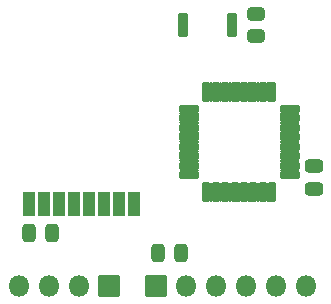
<source format=gbr>
G04 #@! TF.GenerationSoftware,KiCad,Pcbnew,(6.0.11)*
G04 #@! TF.CreationDate,2023-02-12T22:37:01+01:00*
G04 #@! TF.ProjectId,atmega328p-au--e01c-ml01s--bme280--cr2032,61746d65-6761-4333-9238-702d61752d2d,rev?*
G04 #@! TF.SameCoordinates,Original*
G04 #@! TF.FileFunction,Soldermask,Top*
G04 #@! TF.FilePolarity,Negative*
%FSLAX46Y46*%
G04 Gerber Fmt 4.6, Leading zero omitted, Abs format (unit mm)*
G04 Created by KiCad (PCBNEW (6.0.11)) date 2023-02-12 22:37:01*
%MOMM*%
%LPD*%
G01*
G04 APERTURE LIST*
G04 Aperture macros list*
%AMRoundRect*
0 Rectangle with rounded corners*
0 $1 Rounding radius*
0 $2 $3 $4 $5 $6 $7 $8 $9 X,Y pos of 4 corners*
0 Add a 4 corners polygon primitive as box body*
4,1,4,$2,$3,$4,$5,$6,$7,$8,$9,$2,$3,0*
0 Add four circle primitives for the rounded corners*
1,1,$1+$1,$2,$3*
1,1,$1+$1,$4,$5*
1,1,$1+$1,$6,$7*
1,1,$1+$1,$8,$9*
0 Add four rect primitives between the rounded corners*
20,1,$1+$1,$2,$3,$4,$5,0*
20,1,$1+$1,$4,$5,$6,$7,0*
20,1,$1+$1,$6,$7,$8,$9,0*
20,1,$1+$1,$8,$9,$2,$3,0*%
G04 Aperture macros list end*
%ADD10RoundRect,0.051000X0.450000X1.000000X-0.450000X1.000000X-0.450000X-1.000000X0.450000X-1.000000X0*%
%ADD11RoundRect,0.051000X-0.850000X0.850000X-0.850000X-0.850000X0.850000X-0.850000X0.850000X0.850000X0*%
%ADD12O,1.802000X1.802000*%
%ADD13RoundRect,0.301000X-0.250000X-0.475000X0.250000X-0.475000X0.250000X0.475000X-0.250000X0.475000X0*%
%ADD14RoundRect,0.301000X0.250000X0.475000X-0.250000X0.475000X-0.250000X-0.475000X0.250000X-0.475000X0*%
%ADD15RoundRect,0.251000X0.200000X0.800000X-0.200000X0.800000X-0.200000X-0.800000X0.200000X-0.800000X0*%
%ADD16RoundRect,0.051000X0.850000X-0.850000X0.850000X0.850000X-0.850000X0.850000X-0.850000X-0.850000X0*%
%ADD17RoundRect,0.301000X0.475000X-0.250000X0.475000X0.250000X-0.475000X0.250000X-0.475000X-0.250000X0*%
%ADD18RoundRect,0.051000X-0.800000X-0.275000X0.800000X-0.275000X0.800000X0.275000X-0.800000X0.275000X0*%
%ADD19RoundRect,0.051000X0.275000X-0.800000X0.275000X0.800000X-0.275000X0.800000X-0.275000X-0.800000X0*%
%ADD20RoundRect,0.301000X0.450000X-0.262500X0.450000X0.262500X-0.450000X0.262500X-0.450000X-0.262500X0*%
G04 APERTURE END LIST*
D10*
X99314786Y-76473664D03*
X100584786Y-76473664D03*
X101854786Y-76473664D03*
X103124786Y-76473664D03*
X104394786Y-76473664D03*
X105664786Y-76473664D03*
X106934786Y-76473664D03*
X108204786Y-76473664D03*
D11*
X106020000Y-83439000D03*
D12*
X103480000Y-83439000D03*
X100940000Y-83439000D03*
X98400000Y-83439000D03*
D13*
X110250000Y-80600000D03*
X112150000Y-80600000D03*
D14*
X101200000Y-78900000D03*
X99300000Y-78900000D03*
D15*
X116500000Y-61300000D03*
X112300000Y-61300000D03*
D16*
X110000000Y-83400000D03*
D12*
X112540000Y-83400000D03*
X115080000Y-83400000D03*
X117620000Y-83400000D03*
X120160000Y-83400000D03*
X122700000Y-83400000D03*
D17*
X123400000Y-75200000D03*
X123400000Y-73300000D03*
D18*
X112844000Y-68447000D03*
X112844000Y-69247000D03*
X112844000Y-70047000D03*
X112844000Y-70847000D03*
X112844000Y-71647000D03*
X112844000Y-72447000D03*
X112844000Y-73247000D03*
X112844000Y-74047000D03*
D19*
X114294000Y-75497000D03*
X115094000Y-75497000D03*
X115894000Y-75497000D03*
X116694000Y-75497000D03*
X117494000Y-75497000D03*
X118294000Y-75497000D03*
X119094000Y-75497000D03*
X119894000Y-75497000D03*
D18*
X121344000Y-74047000D03*
X121344000Y-73247000D03*
X121344000Y-72447000D03*
X121344000Y-71647000D03*
X121344000Y-70847000D03*
X121344000Y-70047000D03*
X121344000Y-69247000D03*
X121344000Y-68447000D03*
D19*
X119894000Y-66997000D03*
X119094000Y-66997000D03*
X118294000Y-66997000D03*
X117494000Y-66997000D03*
X116694000Y-66997000D03*
X115894000Y-66997000D03*
X115094000Y-66997000D03*
X114294000Y-66997000D03*
D20*
X118500000Y-62225000D03*
X118500000Y-60400000D03*
G36*
X119409660Y-74664493D02*
G01*
X119423452Y-74673709D01*
X119424615Y-74671969D01*
X119426409Y-74671084D01*
X119427560Y-74671545D01*
X119444952Y-74686078D01*
X119513670Y-74694704D01*
X119561288Y-74671918D01*
X119563282Y-74672072D01*
X119563814Y-74672611D01*
X119564548Y-74673709D01*
X119578340Y-74664493D01*
X119580336Y-74664362D01*
X119581447Y-74666025D01*
X119581114Y-74667267D01*
X119573767Y-74678262D01*
X119570000Y-74697199D01*
X119570000Y-76296801D01*
X119573767Y-76315738D01*
X119581114Y-76326733D01*
X119581245Y-76328729D01*
X119579582Y-76329840D01*
X119578340Y-76329507D01*
X119564548Y-76320291D01*
X119563385Y-76322031D01*
X119561591Y-76322916D01*
X119560440Y-76322455D01*
X119543048Y-76307922D01*
X119474330Y-76299296D01*
X119426712Y-76322082D01*
X119424718Y-76321928D01*
X119424186Y-76321389D01*
X119423452Y-76320291D01*
X119409660Y-76329507D01*
X119407664Y-76329638D01*
X119406553Y-76327975D01*
X119406886Y-76326733D01*
X119414233Y-76315738D01*
X119418000Y-76296801D01*
X119418000Y-74697199D01*
X119414233Y-74678262D01*
X119406886Y-74667267D01*
X119406755Y-74665271D01*
X119408418Y-74664160D01*
X119409660Y-74664493D01*
G37*
G36*
X116209660Y-74664493D02*
G01*
X116223452Y-74673709D01*
X116224615Y-74671969D01*
X116226409Y-74671084D01*
X116227560Y-74671545D01*
X116244952Y-74686078D01*
X116313670Y-74694704D01*
X116361288Y-74671918D01*
X116363282Y-74672072D01*
X116363814Y-74672611D01*
X116364548Y-74673709D01*
X116378340Y-74664493D01*
X116380336Y-74664362D01*
X116381447Y-74666025D01*
X116381114Y-74667267D01*
X116373767Y-74678262D01*
X116370000Y-74697199D01*
X116370000Y-76296801D01*
X116373767Y-76315738D01*
X116381114Y-76326733D01*
X116381245Y-76328729D01*
X116379582Y-76329840D01*
X116378340Y-76329507D01*
X116364548Y-76320291D01*
X116363385Y-76322031D01*
X116361591Y-76322916D01*
X116360440Y-76322455D01*
X116343048Y-76307922D01*
X116274330Y-76299296D01*
X116226712Y-76322082D01*
X116224718Y-76321928D01*
X116224186Y-76321389D01*
X116223452Y-76320291D01*
X116209660Y-76329507D01*
X116207664Y-76329638D01*
X116206553Y-76327975D01*
X116206886Y-76326733D01*
X116214233Y-76315738D01*
X116218000Y-76296801D01*
X116218000Y-74697199D01*
X116214233Y-74678262D01*
X116206886Y-74667267D01*
X116206755Y-74665271D01*
X116208418Y-74664160D01*
X116209660Y-74664493D01*
G37*
G36*
X115409660Y-74664493D02*
G01*
X115423452Y-74673709D01*
X115424615Y-74671969D01*
X115426409Y-74671084D01*
X115427560Y-74671545D01*
X115444952Y-74686078D01*
X115513670Y-74694704D01*
X115561288Y-74671918D01*
X115563282Y-74672072D01*
X115563814Y-74672611D01*
X115564548Y-74673709D01*
X115578340Y-74664493D01*
X115580336Y-74664362D01*
X115581447Y-74666025D01*
X115581114Y-74667267D01*
X115573767Y-74678262D01*
X115570000Y-74697199D01*
X115570000Y-76296801D01*
X115573767Y-76315738D01*
X115581114Y-76326733D01*
X115581245Y-76328729D01*
X115579582Y-76329840D01*
X115578340Y-76329507D01*
X115564548Y-76320291D01*
X115563385Y-76322031D01*
X115561591Y-76322916D01*
X115560440Y-76322455D01*
X115543048Y-76307922D01*
X115474330Y-76299296D01*
X115426712Y-76322082D01*
X115424718Y-76321928D01*
X115424186Y-76321389D01*
X115423452Y-76320291D01*
X115409660Y-76329507D01*
X115407664Y-76329638D01*
X115406553Y-76327975D01*
X115406886Y-76326733D01*
X115414233Y-76315738D01*
X115418000Y-76296801D01*
X115418000Y-74697199D01*
X115414233Y-74678262D01*
X115406886Y-74667267D01*
X115406755Y-74665271D01*
X115408418Y-74664160D01*
X115409660Y-74664493D01*
G37*
G36*
X117809660Y-74664493D02*
G01*
X117823452Y-74673709D01*
X117824615Y-74671969D01*
X117826409Y-74671084D01*
X117827560Y-74671545D01*
X117844952Y-74686078D01*
X117913670Y-74694704D01*
X117961288Y-74671918D01*
X117963282Y-74672072D01*
X117963814Y-74672611D01*
X117964548Y-74673709D01*
X117978340Y-74664493D01*
X117980336Y-74664362D01*
X117981447Y-74666025D01*
X117981114Y-74667267D01*
X117973767Y-74678262D01*
X117970000Y-74697199D01*
X117970000Y-76296801D01*
X117973767Y-76315738D01*
X117981114Y-76326733D01*
X117981245Y-76328729D01*
X117979582Y-76329840D01*
X117978340Y-76329507D01*
X117964548Y-76320291D01*
X117963385Y-76322031D01*
X117961591Y-76322916D01*
X117960440Y-76322455D01*
X117943048Y-76307922D01*
X117874330Y-76299296D01*
X117826712Y-76322082D01*
X117824718Y-76321928D01*
X117824186Y-76321389D01*
X117823452Y-76320291D01*
X117809660Y-76329507D01*
X117807664Y-76329638D01*
X117806553Y-76327975D01*
X117806886Y-76326733D01*
X117814233Y-76315738D01*
X117818000Y-76296801D01*
X117818000Y-74697199D01*
X117814233Y-74678262D01*
X117806886Y-74667267D01*
X117806755Y-74665271D01*
X117808418Y-74664160D01*
X117809660Y-74664493D01*
G37*
G36*
X118609660Y-74664493D02*
G01*
X118623452Y-74673709D01*
X118624615Y-74671969D01*
X118626409Y-74671084D01*
X118627560Y-74671545D01*
X118644952Y-74686078D01*
X118713670Y-74694704D01*
X118761288Y-74671918D01*
X118763282Y-74672072D01*
X118763814Y-74672611D01*
X118764548Y-74673709D01*
X118778340Y-74664493D01*
X118780336Y-74664362D01*
X118781447Y-74666025D01*
X118781114Y-74667267D01*
X118773767Y-74678262D01*
X118770000Y-74697199D01*
X118770000Y-76296801D01*
X118773767Y-76315738D01*
X118781114Y-76326733D01*
X118781245Y-76328729D01*
X118779582Y-76329840D01*
X118778340Y-76329507D01*
X118764548Y-76320291D01*
X118763385Y-76322031D01*
X118761591Y-76322916D01*
X118760440Y-76322455D01*
X118743048Y-76307922D01*
X118674330Y-76299296D01*
X118626712Y-76322082D01*
X118624718Y-76321928D01*
X118624186Y-76321389D01*
X118623452Y-76320291D01*
X118609660Y-76329507D01*
X118607664Y-76329638D01*
X118606553Y-76327975D01*
X118606886Y-76326733D01*
X118614233Y-76315738D01*
X118618000Y-76296801D01*
X118618000Y-74697199D01*
X118614233Y-74678262D01*
X118606886Y-74667267D01*
X118606755Y-74665271D01*
X118608418Y-74664160D01*
X118609660Y-74664493D01*
G37*
G36*
X117009660Y-74664493D02*
G01*
X117023452Y-74673709D01*
X117024615Y-74671969D01*
X117026409Y-74671084D01*
X117027560Y-74671545D01*
X117044952Y-74686078D01*
X117113670Y-74694704D01*
X117161288Y-74671918D01*
X117163282Y-74672072D01*
X117163814Y-74672611D01*
X117164548Y-74673709D01*
X117178340Y-74664493D01*
X117180336Y-74664362D01*
X117181447Y-74666025D01*
X117181114Y-74667267D01*
X117173767Y-74678262D01*
X117170000Y-74697199D01*
X117170000Y-76296801D01*
X117173767Y-76315738D01*
X117181114Y-76326733D01*
X117181245Y-76328729D01*
X117179582Y-76329840D01*
X117178340Y-76329507D01*
X117164548Y-76320291D01*
X117163385Y-76322031D01*
X117161591Y-76322916D01*
X117160440Y-76322455D01*
X117143048Y-76307922D01*
X117074330Y-76299296D01*
X117026712Y-76322082D01*
X117024718Y-76321928D01*
X117024186Y-76321389D01*
X117023452Y-76320291D01*
X117009660Y-76329507D01*
X117007664Y-76329638D01*
X117006553Y-76327975D01*
X117006886Y-76326733D01*
X117014233Y-76315738D01*
X117018000Y-76296801D01*
X117018000Y-74697199D01*
X117014233Y-74678262D01*
X117006886Y-74667267D01*
X117006755Y-74665271D01*
X117008418Y-74664160D01*
X117009660Y-74664493D01*
G37*
G36*
X114609660Y-74664493D02*
G01*
X114623452Y-74673709D01*
X114624615Y-74671969D01*
X114626409Y-74671084D01*
X114627560Y-74671545D01*
X114644952Y-74686078D01*
X114713670Y-74694704D01*
X114761288Y-74671918D01*
X114763282Y-74672072D01*
X114763814Y-74672611D01*
X114764548Y-74673709D01*
X114778340Y-74664493D01*
X114780336Y-74664362D01*
X114781447Y-74666025D01*
X114781114Y-74667267D01*
X114773767Y-74678262D01*
X114770000Y-74697199D01*
X114770000Y-76296801D01*
X114773767Y-76315738D01*
X114781114Y-76326733D01*
X114781245Y-76328729D01*
X114779582Y-76329840D01*
X114778340Y-76329507D01*
X114764548Y-76320291D01*
X114763385Y-76322031D01*
X114761591Y-76322916D01*
X114760440Y-76322455D01*
X114743048Y-76307922D01*
X114674330Y-76299296D01*
X114626712Y-76322082D01*
X114624718Y-76321928D01*
X114624186Y-76321389D01*
X114623452Y-76320291D01*
X114609660Y-76329507D01*
X114607664Y-76329638D01*
X114606553Y-76327975D01*
X114606886Y-76326733D01*
X114614233Y-76315738D01*
X114618000Y-76296801D01*
X114618000Y-74697199D01*
X114614233Y-74678262D01*
X114606886Y-74667267D01*
X114606755Y-74665271D01*
X114608418Y-74664160D01*
X114609660Y-74664493D01*
G37*
G36*
X120514267Y-73559886D02*
G01*
X120525262Y-73567233D01*
X120544199Y-73571000D01*
X122143801Y-73571000D01*
X122162738Y-73567233D01*
X122173733Y-73559886D01*
X122175729Y-73559755D01*
X122176840Y-73561418D01*
X122176507Y-73562660D01*
X122167291Y-73576452D01*
X122169031Y-73577615D01*
X122169916Y-73579409D01*
X122169455Y-73580560D01*
X122154922Y-73597952D01*
X122146296Y-73666670D01*
X122169082Y-73714288D01*
X122168928Y-73716282D01*
X122168389Y-73716814D01*
X122167291Y-73717548D01*
X122176507Y-73731340D01*
X122176638Y-73733336D01*
X122174975Y-73734447D01*
X122173733Y-73734114D01*
X122162738Y-73726767D01*
X122143801Y-73723000D01*
X120544199Y-73723000D01*
X120525262Y-73726767D01*
X120514267Y-73734114D01*
X120512271Y-73734245D01*
X120511160Y-73732582D01*
X120511493Y-73731340D01*
X120520709Y-73717548D01*
X120518969Y-73716385D01*
X120518084Y-73714591D01*
X120518545Y-73713440D01*
X120533078Y-73696048D01*
X120541704Y-73627330D01*
X120518918Y-73579712D01*
X120519072Y-73577718D01*
X120519611Y-73577186D01*
X120520709Y-73576452D01*
X120511493Y-73562660D01*
X120511362Y-73560664D01*
X120513025Y-73559553D01*
X120514267Y-73559886D01*
G37*
G36*
X112014267Y-73559886D02*
G01*
X112025262Y-73567233D01*
X112044199Y-73571000D01*
X113643801Y-73571000D01*
X113662738Y-73567233D01*
X113673733Y-73559886D01*
X113675729Y-73559755D01*
X113676840Y-73561418D01*
X113676507Y-73562660D01*
X113667291Y-73576452D01*
X113669031Y-73577615D01*
X113669916Y-73579409D01*
X113669455Y-73580560D01*
X113654922Y-73597952D01*
X113646296Y-73666670D01*
X113669082Y-73714288D01*
X113668928Y-73716282D01*
X113668389Y-73716814D01*
X113667291Y-73717548D01*
X113676507Y-73731340D01*
X113676638Y-73733336D01*
X113674975Y-73734447D01*
X113673733Y-73734114D01*
X113662738Y-73726767D01*
X113643801Y-73723000D01*
X112044199Y-73723000D01*
X112025262Y-73726767D01*
X112014267Y-73734114D01*
X112012271Y-73734245D01*
X112011160Y-73732582D01*
X112011493Y-73731340D01*
X112020709Y-73717548D01*
X112018969Y-73716385D01*
X112018084Y-73714591D01*
X112018545Y-73713440D01*
X112033078Y-73696048D01*
X112041704Y-73627330D01*
X112018918Y-73579712D01*
X112019072Y-73577718D01*
X112019611Y-73577186D01*
X112020709Y-73576452D01*
X112011493Y-73562660D01*
X112011362Y-73560664D01*
X112013025Y-73559553D01*
X112014267Y-73559886D01*
G37*
G36*
X120514267Y-72759886D02*
G01*
X120525262Y-72767233D01*
X120544199Y-72771000D01*
X122143801Y-72771000D01*
X122162738Y-72767233D01*
X122173733Y-72759886D01*
X122175729Y-72759755D01*
X122176840Y-72761418D01*
X122176507Y-72762660D01*
X122167291Y-72776452D01*
X122169031Y-72777615D01*
X122169916Y-72779409D01*
X122169455Y-72780560D01*
X122154922Y-72797952D01*
X122146296Y-72866670D01*
X122169082Y-72914288D01*
X122168928Y-72916282D01*
X122168389Y-72916814D01*
X122167291Y-72917548D01*
X122176507Y-72931340D01*
X122176638Y-72933336D01*
X122174975Y-72934447D01*
X122173733Y-72934114D01*
X122162738Y-72926767D01*
X122143801Y-72923000D01*
X120544199Y-72923000D01*
X120525262Y-72926767D01*
X120514267Y-72934114D01*
X120512271Y-72934245D01*
X120511160Y-72932582D01*
X120511493Y-72931340D01*
X120520709Y-72917548D01*
X120518969Y-72916385D01*
X120518084Y-72914591D01*
X120518545Y-72913440D01*
X120533078Y-72896048D01*
X120541704Y-72827330D01*
X120518918Y-72779712D01*
X120519072Y-72777718D01*
X120519611Y-72777186D01*
X120520709Y-72776452D01*
X120511493Y-72762660D01*
X120511362Y-72760664D01*
X120513025Y-72759553D01*
X120514267Y-72759886D01*
G37*
G36*
X112014267Y-72759886D02*
G01*
X112025262Y-72767233D01*
X112044199Y-72771000D01*
X113643801Y-72771000D01*
X113662738Y-72767233D01*
X113673733Y-72759886D01*
X113675729Y-72759755D01*
X113676840Y-72761418D01*
X113676507Y-72762660D01*
X113667291Y-72776452D01*
X113669031Y-72777615D01*
X113669916Y-72779409D01*
X113669455Y-72780560D01*
X113654922Y-72797952D01*
X113646296Y-72866670D01*
X113669082Y-72914288D01*
X113668928Y-72916282D01*
X113668389Y-72916814D01*
X113667291Y-72917548D01*
X113676507Y-72931340D01*
X113676638Y-72933336D01*
X113674975Y-72934447D01*
X113673733Y-72934114D01*
X113662738Y-72926767D01*
X113643801Y-72923000D01*
X112044199Y-72923000D01*
X112025262Y-72926767D01*
X112014267Y-72934114D01*
X112012271Y-72934245D01*
X112011160Y-72932582D01*
X112011493Y-72931340D01*
X112020709Y-72917548D01*
X112018969Y-72916385D01*
X112018084Y-72914591D01*
X112018545Y-72913440D01*
X112033078Y-72896048D01*
X112041704Y-72827330D01*
X112018918Y-72779712D01*
X112019072Y-72777718D01*
X112019611Y-72777186D01*
X112020709Y-72776452D01*
X112011493Y-72762660D01*
X112011362Y-72760664D01*
X112013025Y-72759553D01*
X112014267Y-72759886D01*
G37*
G36*
X120514267Y-71959886D02*
G01*
X120525262Y-71967233D01*
X120544199Y-71971000D01*
X122143801Y-71971000D01*
X122162738Y-71967233D01*
X122173733Y-71959886D01*
X122175729Y-71959755D01*
X122176840Y-71961418D01*
X122176507Y-71962660D01*
X122167291Y-71976452D01*
X122169031Y-71977615D01*
X122169916Y-71979409D01*
X122169455Y-71980560D01*
X122154922Y-71997952D01*
X122146296Y-72066670D01*
X122169082Y-72114288D01*
X122168928Y-72116282D01*
X122168389Y-72116814D01*
X122167291Y-72117548D01*
X122176507Y-72131340D01*
X122176638Y-72133336D01*
X122174975Y-72134447D01*
X122173733Y-72134114D01*
X122162738Y-72126767D01*
X122143801Y-72123000D01*
X120544199Y-72123000D01*
X120525262Y-72126767D01*
X120514267Y-72134114D01*
X120512271Y-72134245D01*
X120511160Y-72132582D01*
X120511493Y-72131340D01*
X120520709Y-72117548D01*
X120518969Y-72116385D01*
X120518084Y-72114591D01*
X120518545Y-72113440D01*
X120533078Y-72096048D01*
X120541704Y-72027330D01*
X120518918Y-71979712D01*
X120519072Y-71977718D01*
X120519611Y-71977186D01*
X120520709Y-71976452D01*
X120511493Y-71962660D01*
X120511362Y-71960664D01*
X120513025Y-71959553D01*
X120514267Y-71959886D01*
G37*
G36*
X112014267Y-71959886D02*
G01*
X112025262Y-71967233D01*
X112044199Y-71971000D01*
X113643801Y-71971000D01*
X113662738Y-71967233D01*
X113673733Y-71959886D01*
X113675729Y-71959755D01*
X113676840Y-71961418D01*
X113676507Y-71962660D01*
X113667291Y-71976452D01*
X113669031Y-71977615D01*
X113669916Y-71979409D01*
X113669455Y-71980560D01*
X113654922Y-71997952D01*
X113646296Y-72066670D01*
X113669082Y-72114288D01*
X113668928Y-72116282D01*
X113668389Y-72116814D01*
X113667291Y-72117548D01*
X113676507Y-72131340D01*
X113676638Y-72133336D01*
X113674975Y-72134447D01*
X113673733Y-72134114D01*
X113662738Y-72126767D01*
X113643801Y-72123000D01*
X112044199Y-72123000D01*
X112025262Y-72126767D01*
X112014267Y-72134114D01*
X112012271Y-72134245D01*
X112011160Y-72132582D01*
X112011493Y-72131340D01*
X112020709Y-72117548D01*
X112018969Y-72116385D01*
X112018084Y-72114591D01*
X112018545Y-72113440D01*
X112033078Y-72096048D01*
X112041704Y-72027330D01*
X112018918Y-71979712D01*
X112019072Y-71977718D01*
X112019611Y-71977186D01*
X112020709Y-71976452D01*
X112011493Y-71962660D01*
X112011362Y-71960664D01*
X112013025Y-71959553D01*
X112014267Y-71959886D01*
G37*
G36*
X112014267Y-71159886D02*
G01*
X112025262Y-71167233D01*
X112044199Y-71171000D01*
X113643801Y-71171000D01*
X113662738Y-71167233D01*
X113673733Y-71159886D01*
X113675729Y-71159755D01*
X113676840Y-71161418D01*
X113676507Y-71162660D01*
X113667291Y-71176452D01*
X113669031Y-71177615D01*
X113669916Y-71179409D01*
X113669455Y-71180560D01*
X113654922Y-71197952D01*
X113646296Y-71266670D01*
X113669082Y-71314288D01*
X113668928Y-71316282D01*
X113668389Y-71316814D01*
X113667291Y-71317548D01*
X113676507Y-71331340D01*
X113676638Y-71333336D01*
X113674975Y-71334447D01*
X113673733Y-71334114D01*
X113662738Y-71326767D01*
X113643801Y-71323000D01*
X112044199Y-71323000D01*
X112025262Y-71326767D01*
X112014267Y-71334114D01*
X112012271Y-71334245D01*
X112011160Y-71332582D01*
X112011493Y-71331340D01*
X112020709Y-71317548D01*
X112018969Y-71316385D01*
X112018084Y-71314591D01*
X112018545Y-71313440D01*
X112033078Y-71296048D01*
X112041704Y-71227330D01*
X112018918Y-71179712D01*
X112019072Y-71177718D01*
X112019611Y-71177186D01*
X112020709Y-71176452D01*
X112011493Y-71162660D01*
X112011362Y-71160664D01*
X112013025Y-71159553D01*
X112014267Y-71159886D01*
G37*
G36*
X120514267Y-71159886D02*
G01*
X120525262Y-71167233D01*
X120544199Y-71171000D01*
X122143801Y-71171000D01*
X122162738Y-71167233D01*
X122173733Y-71159886D01*
X122175729Y-71159755D01*
X122176840Y-71161418D01*
X122176507Y-71162660D01*
X122167291Y-71176452D01*
X122169031Y-71177615D01*
X122169916Y-71179409D01*
X122169455Y-71180560D01*
X122154922Y-71197952D01*
X122146296Y-71266670D01*
X122169082Y-71314288D01*
X122168928Y-71316282D01*
X122168389Y-71316814D01*
X122167291Y-71317548D01*
X122176507Y-71331340D01*
X122176638Y-71333336D01*
X122174975Y-71334447D01*
X122173733Y-71334114D01*
X122162738Y-71326767D01*
X122143801Y-71323000D01*
X120544199Y-71323000D01*
X120525262Y-71326767D01*
X120514267Y-71334114D01*
X120512271Y-71334245D01*
X120511160Y-71332582D01*
X120511493Y-71331340D01*
X120520709Y-71317548D01*
X120518969Y-71316385D01*
X120518084Y-71314591D01*
X120518545Y-71313440D01*
X120533078Y-71296048D01*
X120541704Y-71227330D01*
X120518918Y-71179712D01*
X120519072Y-71177718D01*
X120519611Y-71177186D01*
X120520709Y-71176452D01*
X120511493Y-71162660D01*
X120511362Y-71160664D01*
X120513025Y-71159553D01*
X120514267Y-71159886D01*
G37*
G36*
X120514267Y-70359886D02*
G01*
X120525262Y-70367233D01*
X120544199Y-70371000D01*
X122143801Y-70371000D01*
X122162738Y-70367233D01*
X122173733Y-70359886D01*
X122175729Y-70359755D01*
X122176840Y-70361418D01*
X122176507Y-70362660D01*
X122167291Y-70376452D01*
X122169031Y-70377615D01*
X122169916Y-70379409D01*
X122169455Y-70380560D01*
X122154922Y-70397952D01*
X122146296Y-70466670D01*
X122169082Y-70514288D01*
X122168928Y-70516282D01*
X122168389Y-70516814D01*
X122167291Y-70517548D01*
X122176507Y-70531340D01*
X122176638Y-70533336D01*
X122174975Y-70534447D01*
X122173733Y-70534114D01*
X122162738Y-70526767D01*
X122143801Y-70523000D01*
X120544199Y-70523000D01*
X120525262Y-70526767D01*
X120514267Y-70534114D01*
X120512271Y-70534245D01*
X120511160Y-70532582D01*
X120511493Y-70531340D01*
X120520709Y-70517548D01*
X120518969Y-70516385D01*
X120518084Y-70514591D01*
X120518545Y-70513440D01*
X120533078Y-70496048D01*
X120541704Y-70427330D01*
X120518918Y-70379712D01*
X120519072Y-70377718D01*
X120519611Y-70377186D01*
X120520709Y-70376452D01*
X120511493Y-70362660D01*
X120511362Y-70360664D01*
X120513025Y-70359553D01*
X120514267Y-70359886D01*
G37*
G36*
X112014267Y-70359886D02*
G01*
X112025262Y-70367233D01*
X112044199Y-70371000D01*
X113643801Y-70371000D01*
X113662738Y-70367233D01*
X113673733Y-70359886D01*
X113675729Y-70359755D01*
X113676840Y-70361418D01*
X113676507Y-70362660D01*
X113667291Y-70376452D01*
X113669031Y-70377615D01*
X113669916Y-70379409D01*
X113669455Y-70380560D01*
X113654922Y-70397952D01*
X113646296Y-70466670D01*
X113669082Y-70514288D01*
X113668928Y-70516282D01*
X113668389Y-70516814D01*
X113667291Y-70517548D01*
X113676507Y-70531340D01*
X113676638Y-70533336D01*
X113674975Y-70534447D01*
X113673733Y-70534114D01*
X113662738Y-70526767D01*
X113643801Y-70523000D01*
X112044199Y-70523000D01*
X112025262Y-70526767D01*
X112014267Y-70534114D01*
X112012271Y-70534245D01*
X112011160Y-70532582D01*
X112011493Y-70531340D01*
X112020709Y-70517548D01*
X112018969Y-70516385D01*
X112018084Y-70514591D01*
X112018545Y-70513440D01*
X112033078Y-70496048D01*
X112041704Y-70427330D01*
X112018918Y-70379712D01*
X112019072Y-70377718D01*
X112019611Y-70377186D01*
X112020709Y-70376452D01*
X112011493Y-70362660D01*
X112011362Y-70360664D01*
X112013025Y-70359553D01*
X112014267Y-70359886D01*
G37*
G36*
X112014267Y-69559886D02*
G01*
X112025262Y-69567233D01*
X112044199Y-69571000D01*
X113643801Y-69571000D01*
X113662738Y-69567233D01*
X113673733Y-69559886D01*
X113675729Y-69559755D01*
X113676840Y-69561418D01*
X113676507Y-69562660D01*
X113667291Y-69576452D01*
X113669031Y-69577615D01*
X113669916Y-69579409D01*
X113669455Y-69580560D01*
X113654922Y-69597952D01*
X113646296Y-69666670D01*
X113669082Y-69714288D01*
X113668928Y-69716282D01*
X113668389Y-69716814D01*
X113667291Y-69717548D01*
X113676507Y-69731340D01*
X113676638Y-69733336D01*
X113674975Y-69734447D01*
X113673733Y-69734114D01*
X113662738Y-69726767D01*
X113643801Y-69723000D01*
X112044199Y-69723000D01*
X112025262Y-69726767D01*
X112014267Y-69734114D01*
X112012271Y-69734245D01*
X112011160Y-69732582D01*
X112011493Y-69731340D01*
X112020709Y-69717548D01*
X112018969Y-69716385D01*
X112018084Y-69714591D01*
X112018545Y-69713440D01*
X112033078Y-69696048D01*
X112041704Y-69627330D01*
X112018918Y-69579712D01*
X112019072Y-69577718D01*
X112019611Y-69577186D01*
X112020709Y-69576452D01*
X112011493Y-69562660D01*
X112011362Y-69560664D01*
X112013025Y-69559553D01*
X112014267Y-69559886D01*
G37*
G36*
X120514267Y-69559886D02*
G01*
X120525262Y-69567233D01*
X120544199Y-69571000D01*
X122143801Y-69571000D01*
X122162738Y-69567233D01*
X122173733Y-69559886D01*
X122175729Y-69559755D01*
X122176840Y-69561418D01*
X122176507Y-69562660D01*
X122167291Y-69576452D01*
X122169031Y-69577615D01*
X122169916Y-69579409D01*
X122169455Y-69580560D01*
X122154922Y-69597952D01*
X122146296Y-69666670D01*
X122169082Y-69714288D01*
X122168928Y-69716282D01*
X122168389Y-69716814D01*
X122167291Y-69717548D01*
X122176507Y-69731340D01*
X122176638Y-69733336D01*
X122174975Y-69734447D01*
X122173733Y-69734114D01*
X122162738Y-69726767D01*
X122143801Y-69723000D01*
X120544199Y-69723000D01*
X120525262Y-69726767D01*
X120514267Y-69734114D01*
X120512271Y-69734245D01*
X120511160Y-69732582D01*
X120511493Y-69731340D01*
X120520709Y-69717548D01*
X120518969Y-69716385D01*
X120518084Y-69714591D01*
X120518545Y-69713440D01*
X120533078Y-69696048D01*
X120541704Y-69627330D01*
X120518918Y-69579712D01*
X120519072Y-69577718D01*
X120519611Y-69577186D01*
X120520709Y-69576452D01*
X120511493Y-69562660D01*
X120511362Y-69560664D01*
X120513025Y-69559553D01*
X120514267Y-69559886D01*
G37*
G36*
X120514267Y-68759886D02*
G01*
X120525262Y-68767233D01*
X120544199Y-68771000D01*
X122143801Y-68771000D01*
X122162738Y-68767233D01*
X122173733Y-68759886D01*
X122175729Y-68759755D01*
X122176840Y-68761418D01*
X122176507Y-68762660D01*
X122167291Y-68776452D01*
X122169031Y-68777615D01*
X122169916Y-68779409D01*
X122169455Y-68780560D01*
X122154922Y-68797952D01*
X122146296Y-68866670D01*
X122169082Y-68914288D01*
X122168928Y-68916282D01*
X122168389Y-68916814D01*
X122167291Y-68917548D01*
X122176507Y-68931340D01*
X122176638Y-68933336D01*
X122174975Y-68934447D01*
X122173733Y-68934114D01*
X122162738Y-68926767D01*
X122143801Y-68923000D01*
X120544199Y-68923000D01*
X120525262Y-68926767D01*
X120514267Y-68934114D01*
X120512271Y-68934245D01*
X120511160Y-68932582D01*
X120511493Y-68931340D01*
X120520709Y-68917548D01*
X120518969Y-68916385D01*
X120518084Y-68914591D01*
X120518545Y-68913440D01*
X120533078Y-68896048D01*
X120541704Y-68827330D01*
X120518918Y-68779712D01*
X120519072Y-68777718D01*
X120519611Y-68777186D01*
X120520709Y-68776452D01*
X120511493Y-68762660D01*
X120511362Y-68760664D01*
X120513025Y-68759553D01*
X120514267Y-68759886D01*
G37*
G36*
X112014267Y-68759886D02*
G01*
X112025262Y-68767233D01*
X112044199Y-68771000D01*
X113643801Y-68771000D01*
X113662738Y-68767233D01*
X113673733Y-68759886D01*
X113675729Y-68759755D01*
X113676840Y-68761418D01*
X113676507Y-68762660D01*
X113667291Y-68776452D01*
X113669031Y-68777615D01*
X113669916Y-68779409D01*
X113669455Y-68780560D01*
X113654922Y-68797952D01*
X113646296Y-68866670D01*
X113669082Y-68914288D01*
X113668928Y-68916282D01*
X113668389Y-68916814D01*
X113667291Y-68917548D01*
X113676507Y-68931340D01*
X113676638Y-68933336D01*
X113674975Y-68934447D01*
X113673733Y-68934114D01*
X113662738Y-68926767D01*
X113643801Y-68923000D01*
X112044199Y-68923000D01*
X112025262Y-68926767D01*
X112014267Y-68934114D01*
X112012271Y-68934245D01*
X112011160Y-68932582D01*
X112011493Y-68931340D01*
X112020709Y-68917548D01*
X112018969Y-68916385D01*
X112018084Y-68914591D01*
X112018545Y-68913440D01*
X112033078Y-68896048D01*
X112041704Y-68827330D01*
X112018918Y-68779712D01*
X112019072Y-68777718D01*
X112019611Y-68777186D01*
X112020709Y-68776452D01*
X112011493Y-68762660D01*
X112011362Y-68760664D01*
X112013025Y-68759553D01*
X112014267Y-68759886D01*
G37*
G36*
X119409660Y-66164493D02*
G01*
X119423452Y-66173709D01*
X119424615Y-66171969D01*
X119426409Y-66171084D01*
X119427560Y-66171545D01*
X119444952Y-66186078D01*
X119513670Y-66194704D01*
X119561288Y-66171918D01*
X119563282Y-66172072D01*
X119563814Y-66172611D01*
X119564548Y-66173709D01*
X119578340Y-66164493D01*
X119580336Y-66164362D01*
X119581447Y-66166025D01*
X119581114Y-66167267D01*
X119573767Y-66178262D01*
X119570000Y-66197199D01*
X119570000Y-67796801D01*
X119573767Y-67815738D01*
X119581114Y-67826733D01*
X119581245Y-67828729D01*
X119579582Y-67829840D01*
X119578340Y-67829507D01*
X119564548Y-67820291D01*
X119563385Y-67822031D01*
X119561591Y-67822916D01*
X119560440Y-67822455D01*
X119543048Y-67807922D01*
X119474330Y-67799296D01*
X119426712Y-67822082D01*
X119424718Y-67821928D01*
X119424186Y-67821389D01*
X119423452Y-67820291D01*
X119409660Y-67829507D01*
X119407664Y-67829638D01*
X119406553Y-67827975D01*
X119406886Y-67826733D01*
X119414233Y-67815738D01*
X119418000Y-67796801D01*
X119418000Y-66197199D01*
X119414233Y-66178262D01*
X119406886Y-66167267D01*
X119406755Y-66165271D01*
X119408418Y-66164160D01*
X119409660Y-66164493D01*
G37*
G36*
X116209660Y-66164493D02*
G01*
X116223452Y-66173709D01*
X116224615Y-66171969D01*
X116226409Y-66171084D01*
X116227560Y-66171545D01*
X116244952Y-66186078D01*
X116313670Y-66194704D01*
X116361288Y-66171918D01*
X116363282Y-66172072D01*
X116363814Y-66172611D01*
X116364548Y-66173709D01*
X116378340Y-66164493D01*
X116380336Y-66164362D01*
X116381447Y-66166025D01*
X116381114Y-66167267D01*
X116373767Y-66178262D01*
X116370000Y-66197199D01*
X116370000Y-67796801D01*
X116373767Y-67815738D01*
X116381114Y-67826733D01*
X116381245Y-67828729D01*
X116379582Y-67829840D01*
X116378340Y-67829507D01*
X116364548Y-67820291D01*
X116363385Y-67822031D01*
X116361591Y-67822916D01*
X116360440Y-67822455D01*
X116343048Y-67807922D01*
X116274330Y-67799296D01*
X116226712Y-67822082D01*
X116224718Y-67821928D01*
X116224186Y-67821389D01*
X116223452Y-67820291D01*
X116209660Y-67829507D01*
X116207664Y-67829638D01*
X116206553Y-67827975D01*
X116206886Y-67826733D01*
X116214233Y-67815738D01*
X116218000Y-67796801D01*
X116218000Y-66197199D01*
X116214233Y-66178262D01*
X116206886Y-66167267D01*
X116206755Y-66165271D01*
X116208418Y-66164160D01*
X116209660Y-66164493D01*
G37*
G36*
X117009660Y-66164493D02*
G01*
X117023452Y-66173709D01*
X117024615Y-66171969D01*
X117026409Y-66171084D01*
X117027560Y-66171545D01*
X117044952Y-66186078D01*
X117113670Y-66194704D01*
X117161288Y-66171918D01*
X117163282Y-66172072D01*
X117163814Y-66172611D01*
X117164548Y-66173709D01*
X117178340Y-66164493D01*
X117180336Y-66164362D01*
X117181447Y-66166025D01*
X117181114Y-66167267D01*
X117173767Y-66178262D01*
X117170000Y-66197199D01*
X117170000Y-67796801D01*
X117173767Y-67815738D01*
X117181114Y-67826733D01*
X117181245Y-67828729D01*
X117179582Y-67829840D01*
X117178340Y-67829507D01*
X117164548Y-67820291D01*
X117163385Y-67822031D01*
X117161591Y-67822916D01*
X117160440Y-67822455D01*
X117143048Y-67807922D01*
X117074330Y-67799296D01*
X117026712Y-67822082D01*
X117024718Y-67821928D01*
X117024186Y-67821389D01*
X117023452Y-67820291D01*
X117009660Y-67829507D01*
X117007664Y-67829638D01*
X117006553Y-67827975D01*
X117006886Y-67826733D01*
X117014233Y-67815738D01*
X117018000Y-67796801D01*
X117018000Y-66197199D01*
X117014233Y-66178262D01*
X117006886Y-66167267D01*
X117006755Y-66165271D01*
X117008418Y-66164160D01*
X117009660Y-66164493D01*
G37*
G36*
X114609660Y-66164493D02*
G01*
X114623452Y-66173709D01*
X114624615Y-66171969D01*
X114626409Y-66171084D01*
X114627560Y-66171545D01*
X114644952Y-66186078D01*
X114713670Y-66194704D01*
X114761288Y-66171918D01*
X114763282Y-66172072D01*
X114763814Y-66172611D01*
X114764548Y-66173709D01*
X114778340Y-66164493D01*
X114780336Y-66164362D01*
X114781447Y-66166025D01*
X114781114Y-66167267D01*
X114773767Y-66178262D01*
X114770000Y-66197199D01*
X114770000Y-67796801D01*
X114773767Y-67815738D01*
X114781114Y-67826733D01*
X114781245Y-67828729D01*
X114779582Y-67829840D01*
X114778340Y-67829507D01*
X114764548Y-67820291D01*
X114763385Y-67822031D01*
X114761591Y-67822916D01*
X114760440Y-67822455D01*
X114743048Y-67807922D01*
X114674330Y-67799296D01*
X114626712Y-67822082D01*
X114624718Y-67821928D01*
X114624186Y-67821389D01*
X114623452Y-67820291D01*
X114609660Y-67829507D01*
X114607664Y-67829638D01*
X114606553Y-67827975D01*
X114606886Y-67826733D01*
X114614233Y-67815738D01*
X114618000Y-67796801D01*
X114618000Y-66197199D01*
X114614233Y-66178262D01*
X114606886Y-66167267D01*
X114606755Y-66165271D01*
X114608418Y-66164160D01*
X114609660Y-66164493D01*
G37*
G36*
X117809660Y-66164493D02*
G01*
X117823452Y-66173709D01*
X117824615Y-66171969D01*
X117826409Y-66171084D01*
X117827560Y-66171545D01*
X117844952Y-66186078D01*
X117913670Y-66194704D01*
X117961288Y-66171918D01*
X117963282Y-66172072D01*
X117963814Y-66172611D01*
X117964548Y-66173709D01*
X117978340Y-66164493D01*
X117980336Y-66164362D01*
X117981447Y-66166025D01*
X117981114Y-66167267D01*
X117973767Y-66178262D01*
X117970000Y-66197199D01*
X117970000Y-67796801D01*
X117973767Y-67815738D01*
X117981114Y-67826733D01*
X117981245Y-67828729D01*
X117979582Y-67829840D01*
X117978340Y-67829507D01*
X117964548Y-67820291D01*
X117963385Y-67822031D01*
X117961591Y-67822916D01*
X117960440Y-67822455D01*
X117943048Y-67807922D01*
X117874330Y-67799296D01*
X117826712Y-67822082D01*
X117824718Y-67821928D01*
X117824186Y-67821389D01*
X117823452Y-67820291D01*
X117809660Y-67829507D01*
X117807664Y-67829638D01*
X117806553Y-67827975D01*
X117806886Y-67826733D01*
X117814233Y-67815738D01*
X117818000Y-67796801D01*
X117818000Y-66197199D01*
X117814233Y-66178262D01*
X117806886Y-66167267D01*
X117806755Y-66165271D01*
X117808418Y-66164160D01*
X117809660Y-66164493D01*
G37*
G36*
X115409660Y-66164493D02*
G01*
X115423452Y-66173709D01*
X115424615Y-66171969D01*
X115426409Y-66171084D01*
X115427560Y-66171545D01*
X115444952Y-66186078D01*
X115513670Y-66194704D01*
X115561288Y-66171918D01*
X115563282Y-66172072D01*
X115563814Y-66172611D01*
X115564548Y-66173709D01*
X115578340Y-66164493D01*
X115580336Y-66164362D01*
X115581447Y-66166025D01*
X115581114Y-66167267D01*
X115573767Y-66178262D01*
X115570000Y-66197199D01*
X115570000Y-67796801D01*
X115573767Y-67815738D01*
X115581114Y-67826733D01*
X115581245Y-67828729D01*
X115579582Y-67829840D01*
X115578340Y-67829507D01*
X115564548Y-67820291D01*
X115563385Y-67822031D01*
X115561591Y-67822916D01*
X115560440Y-67822455D01*
X115543048Y-67807922D01*
X115474330Y-67799296D01*
X115426712Y-67822082D01*
X115424718Y-67821928D01*
X115424186Y-67821389D01*
X115423452Y-67820291D01*
X115409660Y-67829507D01*
X115407664Y-67829638D01*
X115406553Y-67827975D01*
X115406886Y-67826733D01*
X115414233Y-67815738D01*
X115418000Y-67796801D01*
X115418000Y-66197199D01*
X115414233Y-66178262D01*
X115406886Y-66167267D01*
X115406755Y-66165271D01*
X115408418Y-66164160D01*
X115409660Y-66164493D01*
G37*
G36*
X118609660Y-66164493D02*
G01*
X118623452Y-66173709D01*
X118624615Y-66171969D01*
X118626409Y-66171084D01*
X118627560Y-66171545D01*
X118644952Y-66186078D01*
X118713670Y-66194704D01*
X118761288Y-66171918D01*
X118763282Y-66172072D01*
X118763814Y-66172611D01*
X118764548Y-66173709D01*
X118778340Y-66164493D01*
X118780336Y-66164362D01*
X118781447Y-66166025D01*
X118781114Y-66167267D01*
X118773767Y-66178262D01*
X118770000Y-66197199D01*
X118770000Y-67796801D01*
X118773767Y-67815738D01*
X118781114Y-67826733D01*
X118781245Y-67828729D01*
X118779582Y-67829840D01*
X118778340Y-67829507D01*
X118764548Y-67820291D01*
X118763385Y-67822031D01*
X118761591Y-67822916D01*
X118760440Y-67822455D01*
X118743048Y-67807922D01*
X118674330Y-67799296D01*
X118626712Y-67822082D01*
X118624718Y-67821928D01*
X118624186Y-67821389D01*
X118623452Y-67820291D01*
X118609660Y-67829507D01*
X118607664Y-67829638D01*
X118606553Y-67827975D01*
X118606886Y-67826733D01*
X118614233Y-67815738D01*
X118618000Y-67796801D01*
X118618000Y-66197199D01*
X118614233Y-66178262D01*
X118606886Y-66167267D01*
X118606755Y-66165271D01*
X118608418Y-66164160D01*
X118609660Y-66164493D01*
G37*
M02*

</source>
